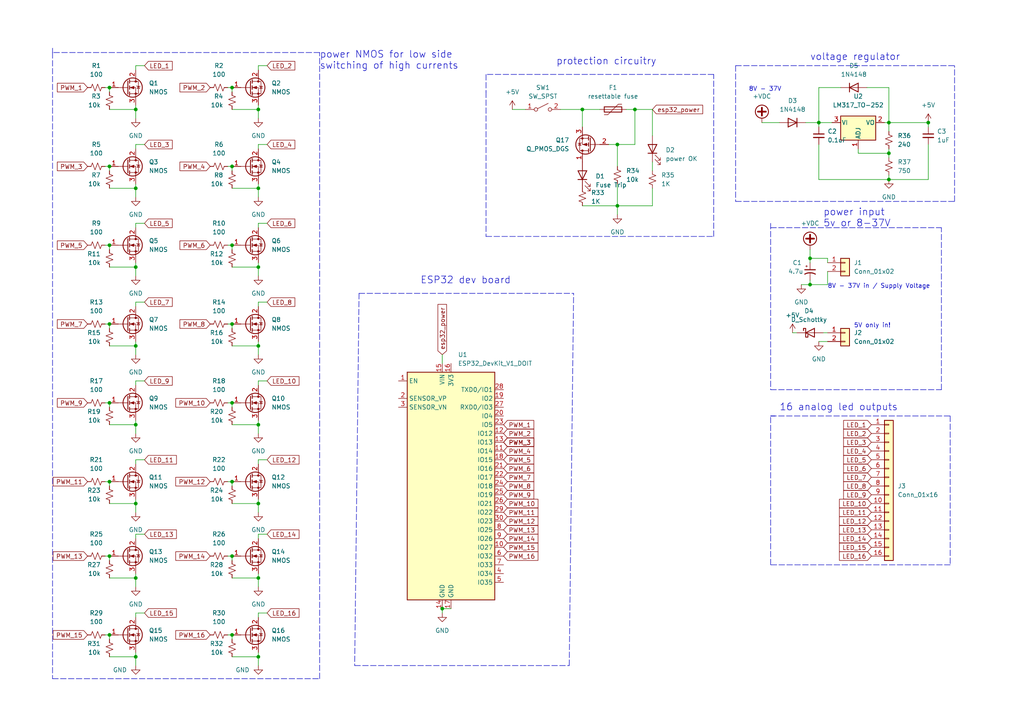
<source format=kicad_sch>
(kicad_sch (version 20231120) (generator "eeschema") (generator_version "8.0")
  (paper "A4")
  (title_block (title "16 channel dimmer for LEDs") (date "2023-02-17") (rev "1") (company "freakylamps"))
  (junction (at 39.37 190.5))
  (junction (at 67.31 139.7))
  (junction (at 74.93 123.19))
  (junction (at 179.07 59.69))
  (junction (at 67.31 25.4))
  (junction (at 257.81 44.45))
  (junction (at 257.81 52.07))
  (junction (at 31.75 48.26))
  (junction (at 74.93 77.47))
  (junction (at 234.95 74.93))
  (junction (at 39.37 31.75))
  (junction (at 67.31 161.29))
  (junction (at 74.93 146.05))
  (junction (at 39.37 167.64))
  (junction (at 168.91 31.75))
  (junction (at 31.75 116.84))
  (junction (at 39.37 77.47))
  (junction (at 31.75 184.15))
  (junction (at 67.31 93.98))
  (junction (at 31.75 25.4))
  (junction (at 257.81 35.56))
  (junction (at 234.95 82.55))
  (junction (at 67.31 71.12))
  (junction (at 39.37 54.61))
  (junction (at 31.75 93.98))
  (junction (at 31.75 161.29))
  (junction (at 31.75 139.7))
  (junction (at 269.24 35.56))
  (junction (at 39.37 100.33))
  (junction (at 31.75 71.12))
  (junction (at 67.31 184.15))
  (junction (at 74.93 31.75))
  (junction (at 179.07 41.91))
  (junction (at 74.93 100.33))
  (junction (at 67.31 48.26))
  (junction (at 67.31 116.84))
  (junction (at 184.15 31.75))
  (junction (at 39.37 146.05))
  (junction (at 74.93 54.61))
  (junction (at 128.27 176.53))
  (junction (at 237.49 35.56))
  (junction (at 39.37 123.19))
  (junction (at 74.93 190.5))
  (junction (at 74.93 167.64))
  (wire (pts (xy 67.31 48.26) (xy 67.31 49.53)))
  (polyline (pts (xy 223.52 66.04) (xy 273.05 66.04)) (stroke (width 0) (type dash)))
  (polyline (pts (xy 140.97 26.67) (xy 140.97 68.58)) (stroke (width 0) (type dash)))
  (wire (pts (xy 66.04 161.29) (xy 67.31 161.29)))
  (wire (pts (xy 74.93 190.5) (xy 74.93 193.04)))
  (wire (pts (xy 31.75 146.05) (xy 39.37 146.05)))
  (polyline (pts (xy 273.05 113.03) (xy 273.05 66.04)) (stroke (width 0) (type dash)))
  (wire (pts (xy 248.92 44.45) (xy 257.81 44.45)))
  (wire (pts (xy 257.81 35.56) (xy 269.24 35.56)))
  (wire (pts (xy 31.75 139.7) (xy 31.75 140.97)))
  (wire (pts (xy 31.75 77.47) (xy 39.37 77.47)))
  (wire (pts (xy 30.48 71.12) (xy 31.75 71.12)))
  (wire (pts (xy 189.23 59.69) (xy 179.07 59.69)))
  (wire (pts (xy 31.75 123.19) (xy 39.37 123.19)))
  (polyline (pts (xy 207.01 68.58) (xy 207.01 21.59)) (stroke (width 0) (type dash)))
  (wire (pts (xy 257.81 43.18) (xy 257.81 44.45)))
  (wire (pts (xy 30.48 116.84) (xy 31.75 116.84)))
  (wire (pts (xy 67.31 184.15) (xy 67.31 185.42)))
  (wire (pts (xy 237.49 99.06) (xy 240.03 99.06)))
  (wire (pts (xy 67.31 161.29) (xy 67.31 162.56)))
  (wire (pts (xy 31.75 25.4) (xy 31.75 26.67)))
  (wire (pts (xy 179.07 59.69) (xy 179.07 62.23)))
  (wire (pts (xy 67.31 31.75) (xy 74.93 31.75)))
  (wire (pts (xy 39.37 76.2) (xy 39.37 77.47)))
  (wire (pts (xy 179.07 53.34) (xy 179.07 59.69)))
  (wire (pts (xy 189.23 54.61) (xy 189.23 59.69)))
  (wire (pts (xy 74.93 41.91) (xy 77.47 41.91)))
  (wire (pts (xy 74.93 99.06) (xy 74.93 100.33)))
  (wire (pts (xy 179.07 41.91) (xy 184.15 41.91)))
  (wire (pts (xy 39.37 100.33) (xy 39.37 102.87)))
  (wire (pts (xy 269.24 41.91) (xy 269.24 52.07)))
  (wire (pts (xy 74.93 110.49) (xy 77.47 110.49)))
  (polyline (pts (xy 15.24 15.24) (xy 15.24 196.85)) (stroke (width 0) (type dash)))
  (wire (pts (xy 67.31 77.47) (xy 74.93 77.47)))
  (wire (pts (xy 74.93 154.94) (xy 77.47 154.94)))
  (polyline (pts (xy 213.36 19.05) (xy 276.86 19.05)) (stroke (width 0) (type dash)))
  (wire (pts (xy 39.37 179.07) (xy 39.37 177.8)))
  (wire (pts (xy 31.75 184.15) (xy 31.75 185.42)))
  (wire (pts (xy 31.75 54.61) (xy 39.37 54.61)))
  (wire (pts (xy 39.37 87.63) (xy 41.91 87.63)))
  (wire (pts (xy 66.04 48.26) (xy 67.31 48.26)))
  (wire (pts (xy 237.49 41.91) (xy 237.49 52.07)))
  (wire (pts (xy 74.93 144.78) (xy 74.93 146.05)))
  (wire (pts (xy 240.03 78.74) (xy 240.03 82.55)))
  (wire (pts (xy 74.93 146.05) (xy 74.93 148.59)))
  (wire (pts (xy 74.93 88.9) (xy 74.93 87.63)))
  (wire (pts (xy 39.37 20.32) (xy 39.37 19.05)))
  (wire (pts (xy 66.04 139.7) (xy 67.31 139.7)))
  (wire (pts (xy 39.37 121.92) (xy 39.37 123.19)))
  (wire (pts (xy 39.37 99.06) (xy 39.37 100.33)))
  (wire (pts (xy 237.49 52.07) (xy 257.81 52.07)))
  (wire (pts (xy 30.48 139.7) (xy 31.75 139.7)))
  (wire (pts (xy 181.61 31.75) (xy 184.15 31.75)))
  (wire (pts (xy 67.31 167.64) (xy 74.93 167.64)))
  (wire (pts (xy 74.93 134.62) (xy 74.93 133.35)))
  (wire (pts (xy 237.49 25.4) (xy 237.49 35.56)))
  (wire (pts (xy 229.87 96.52) (xy 231.14 96.52)))
  (wire (pts (xy 30.48 93.98) (xy 31.75 93.98)))
  (wire (pts (xy 39.37 110.49) (xy 41.91 110.49)))
  (wire (pts (xy 30.48 25.4) (xy 31.75 25.4)))
  (wire (pts (xy 74.93 167.64) (xy 74.93 170.18)))
  (wire (pts (xy 148.59 31.75) (xy 152.4 31.75)))
  (wire (pts (xy 39.37 144.78) (xy 39.37 146.05)))
  (wire (pts (xy 256.54 35.56) (xy 257.81 35.56)))
  (wire (pts (xy 237.49 35.56) (xy 241.3 35.56)))
  (wire (pts (xy 74.93 189.23) (xy 74.93 190.5)))
  (wire (pts (xy 39.37 77.47) (xy 39.37 80.01)))
  (wire (pts (xy 74.93 123.19) (xy 74.93 125.73)))
  (wire (pts (xy 39.37 111.76) (xy 39.37 110.49)))
  (wire (pts (xy 128.27 176.53) (xy 128.27 177.8)))
  (wire (pts (xy 234.95 72.39) (xy 234.95 74.93)))
  (wire (pts (xy 220.98 35.56) (xy 226.06 35.56)))
  (wire (pts (xy 74.93 121.92) (xy 74.93 123.19)))
  (wire (pts (xy 168.91 31.75) (xy 168.91 36.83)))
  (polyline (pts (xy 275.59 120.65) (xy 275.59 163.83)) (stroke (width 0) (type dash)))
  (wire (pts (xy 257.81 35.56) (xy 257.81 38.1)))
  (wire (pts (xy 67.31 146.05) (xy 74.93 146.05)))
  (wire (pts (xy 179.07 41.91) (xy 176.53 41.91)))
  (wire (pts (xy 67.31 116.84) (xy 67.31 118.11)))
  (wire (pts (xy 67.31 54.61) (xy 74.93 54.61)))
  (wire (pts (xy 39.37 166.37) (xy 39.37 167.64)))
  (polyline (pts (xy 213.36 19.05) (xy 213.36 58.42)) (stroke (width 0) (type dash)))
  (wire (pts (xy 30.48 184.15) (xy 31.75 184.15)))
  (wire (pts (xy 234.95 74.93) (xy 240.03 74.93)))
  (polyline (pts (xy 104.14 85.09) (xy 102.87 193.04)) (stroke (width 0) (type dash)))
  (polyline (pts (xy 165.1 193.04) (xy 166.37 85.09)) (stroke (width 0) (type dash)))
  (wire (pts (xy 66.04 93.98) (xy 67.31 93.98)))
  (wire (pts (xy 234.95 81.28) (xy 234.95 82.55)))
  (wire (pts (xy 31.75 100.33) (xy 39.37 100.33)))
  (wire (pts (xy 162.56 31.75) (xy 168.91 31.75)))
  (wire (pts (xy 31.75 93.98) (xy 31.75 95.25)))
  (wire (pts (xy 39.37 19.05) (xy 41.91 19.05)))
  (wire (pts (xy 74.93 30.48) (xy 74.93 31.75)))
  (wire (pts (xy 74.93 166.37) (xy 74.93 167.64)))
  (wire (pts (xy 74.93 20.32) (xy 74.93 19.05)))
  (wire (pts (xy 237.49 36.83) (xy 237.49 35.56)))
  (wire (pts (xy 184.15 41.91) (xy 184.15 31.75)))
  (polyline (pts (xy 15.24 196.85) (xy 92.71 196.85)) (stroke (width 0) (type dash)))
  (wire (pts (xy 67.31 190.5) (xy 74.93 190.5)))
  (wire (pts (xy 251.46 25.4) (xy 257.81 25.4)))
  (wire (pts (xy 238.76 96.52) (xy 240.03 96.52)))
  (wire (pts (xy 67.31 71.12) (xy 67.31 72.39)))
  (wire (pts (xy 39.37 53.34) (xy 39.37 54.61)))
  (wire (pts (xy 67.31 93.98) (xy 67.31 95.25)))
  (wire (pts (xy 74.93 111.76) (xy 74.93 110.49)))
  (wire (pts (xy 189.23 46.99) (xy 189.23 49.53)))
  (wire (pts (xy 66.04 116.84) (xy 67.31 116.84)))
  (wire (pts (xy 39.37 156.21) (xy 39.37 154.94)))
  (wire (pts (xy 31.75 167.64) (xy 39.37 167.64)))
  (wire (pts (xy 269.24 35.56) (xy 269.24 36.83)))
  (wire (pts (xy 31.75 161.29) (xy 31.75 162.56)))
  (wire (pts (xy 74.93 54.61) (xy 74.93 57.15)))
  (wire (pts (xy 39.37 54.61) (xy 39.37 57.15)))
  (wire (pts (xy 269.24 52.07) (xy 257.81 52.07)))
  (wire (pts (xy 257.81 44.45) (xy 257.81 45.72)))
  (wire (pts (xy 39.37 133.35) (xy 41.91 133.35)))
  (wire (pts (xy 257.81 25.4) (xy 257.81 35.56)))
  (wire (pts (xy 74.93 43.18) (xy 74.93 41.91)))
  (wire (pts (xy 39.37 190.5) (xy 39.37 193.04)))
  (wire (pts (xy 179.07 48.26) (xy 179.07 41.91)))
  (wire (pts (xy 31.75 31.75) (xy 39.37 31.75)))
  (polyline (pts (xy 15.24 13.97) (xy 15.24 15.24)) (stroke (width 0) (type dash)))
  (wire (pts (xy 168.91 31.75) (xy 173.99 31.75)))
  (wire (pts (xy 39.37 64.77) (xy 41.91 64.77)))
  (wire (pts (xy 39.37 31.75) (xy 39.37 34.29)))
  (wire (pts (xy 30.48 48.26) (xy 31.75 48.26)))
  (wire (pts (xy 232.41 82.55) (xy 234.95 82.55)))
  (wire (pts (xy 74.93 31.75) (xy 74.93 34.29)))
  (polyline (pts (xy 207.01 21.59) (xy 140.97 21.59)) (stroke (width 0) (type dash)))
  (wire (pts (xy 39.37 134.62) (xy 39.37 133.35)))
  (wire (pts (xy 31.75 48.26) (xy 31.75 49.53)))
  (wire (pts (xy 257.81 50.8) (xy 257.81 52.07)))
  (wire (pts (xy 39.37 177.8) (xy 41.91 177.8)))
  (wire (pts (xy 39.37 43.18) (xy 39.37 41.91)))
  (wire (pts (xy 31.75 116.84) (xy 31.75 118.11)))
  (polyline (pts (xy 275.59 163.83) (xy 223.52 163.83)) (stroke (width 0) (type dash)))
  (wire (pts (xy 233.68 35.56) (xy 237.49 35.56)))
  (wire (pts (xy 31.75 190.5) (xy 39.37 190.5)))
  (wire (pts (xy 67.31 25.4) (xy 67.31 26.67)))
  (polyline (pts (xy 223.52 64.77) (xy 223.52 113.03)) (stroke (width 0) (type dash)))
  (wire (pts (xy 74.93 177.8) (xy 77.47 177.8)))
  (wire (pts (xy 74.93 19.05) (xy 77.47 19.05)))
  (wire (pts (xy 248.92 43.18) (xy 248.92 44.45)))
  (wire (pts (xy 234.95 82.55) (xy 240.03 82.55)))
  (wire (pts (xy 74.93 66.04) (xy 74.93 64.77)))
  (polyline (pts (xy 223.52 120.65) (xy 275.59 120.65)) (stroke (width 0) (type dash)))
  (wire (pts (xy 39.37 189.23) (xy 39.37 190.5)))
  (wire (pts (xy 234.95 76.2) (xy 234.95 74.93)))
  (wire (pts (xy 74.93 77.47) (xy 74.93 80.01)))
  (wire (pts (xy 67.31 123.19) (xy 74.93 123.19)))
  (wire (pts (xy 128.27 102.87) (xy 128.27 105.41)))
  (wire (pts (xy 74.93 53.34) (xy 74.93 54.61)))
  (wire (pts (xy 243.84 25.4) (xy 237.49 25.4)))
  (wire (pts (xy 74.93 76.2) (xy 74.93 77.47)))
  (wire (pts (xy 39.37 88.9) (xy 39.37 87.63)))
  (polyline (pts (xy 140.97 68.58) (xy 207.01 68.58)) (stroke (width 0) (type dash)))
  (wire (pts (xy 39.37 167.64) (xy 39.37 170.18)))
  (wire (pts (xy 66.04 184.15) (xy 67.31 184.15)))
  (wire (pts (xy 74.93 133.35) (xy 77.47 133.35)))
  (polyline (pts (xy 213.36 58.42) (xy 276.86 58.42)) (stroke (width 0) (type dash)))
  (wire (pts (xy 168.91 59.69) (xy 179.07 59.69)))
  (polyline (pts (xy 223.52 113.03) (xy 273.05 113.03)) (stroke (width 0) (type dash)))
  (polyline (pts (xy 92.71 15.24) (xy 15.24 15.24)) (stroke (width 0) (type dash)))
  (wire (pts (xy 39.37 146.05) (xy 39.37 148.59)))
  (polyline (pts (xy 102.87 193.04) (xy 165.1 193.04)) (stroke (width 0) (type dash)))
  (wire (pts (xy 74.93 64.77) (xy 77.47 64.77)))
  (polyline (pts (xy 223.52 120.65) (xy 224.79 120.65)) (stroke (width 0) (type dash)))
  (polyline (pts (xy 276.86 58.42) (xy 276.86 19.05)) (stroke (width 0) (type dash)))
  (wire (pts (xy 240.03 76.2) (xy 240.03 74.93)))
  (wire (pts (xy 31.75 71.12) (xy 31.75 72.39)))
  (wire (pts (xy 189.23 31.75) (xy 189.23 39.37)))
  (wire (pts (xy 30.48 161.29) (xy 31.75 161.29)))
  (wire (pts (xy 67.31 100.33) (xy 74.93 100.33)))
  (wire (pts (xy 39.37 154.94) (xy 41.91 154.94)))
  (wire (pts (xy 39.37 30.48) (xy 39.37 31.75)))
  (wire (pts (xy 39.37 66.04) (xy 39.37 64.77)))
  (wire (pts (xy 74.93 87.63) (xy 77.47 87.63)))
  (wire (pts (xy 39.37 123.19) (xy 39.37 125.73)))
  (polyline (pts (xy 104.14 85.09) (xy 166.37 85.09)) (stroke (width 0) (type dash)))
  (wire (pts (xy 74.93 100.33) (xy 74.93 102.87)))
  (wire (pts (xy 128.27 176.53) (xy 130.81 176.53)))
  (wire (pts (xy 66.04 71.12) (xy 67.31 71.12)))
  (wire (pts (xy 39.37 41.91) (xy 41.91 41.91)))
  (wire (pts (xy 74.93 156.21) (xy 74.93 154.94)))
  (wire (pts (xy 184.15 31.75) (xy 189.23 31.75)))
  (wire (pts (xy 66.04 25.4) (xy 67.31 25.4)))
  (polyline (pts (xy 223.52 163.83) (xy 223.52 120.65)) (stroke (width 0) (type dash)))
  (wire (pts (xy 67.31 139.7) (xy 67.31 140.97)))
  (wire (pts (xy 74.93 179.07) (xy 74.93 177.8)))
  (polyline (pts (xy 92.71 196.85) (xy 92.71 15.24)) (stroke (width 0) (type dash)))
  (polyline (pts (xy 140.97 21.59) (xy 140.97 26.67)) (stroke (width 0) (type dash)))
  (text "5V only in!" (at 247.65 95.25 0) (effects (font (size 1.27 1.27)) (justify left bottom)))
  (text "power NMOS for low side \nswitching of high currents" (at 92.71 20.32 0) (effects (font (size 2 2)) (justify left bottom)))
  (text "ESP32 dev board" (at 121.92 82.55 0) (effects (font (size 2 2)) (justify left bottom)))
  (text "8V - 37V	" (at 217.17 26.67 0) (effects (font (size 1.27 1.27)) (justify left bottom)))
  (text "8V - 37V in / Supply Voltage" (at 240.03 83.82 0) (effects (font (size 1.27 1.27)) (justify left bottom)))
  (text "power input\n5v or 8-37V " (at 238.76 66.04 0) (effects (font (size 2 2)) (justify left bottom)))
  (text "protection circuitry" (at 161.29 19.05 0) (effects (font (size 2 2)) (justify left bottom)))
  (text "voltage regulator" (at 234.95 17.78 0) (effects (font (size 2 2)) (justify left bottom)))
  (text "16 analog led outputs" (at 226.06 119.38 0) (effects (font (size 2 2)) (justify left bottom)))
  (global_label "PWM_8" (shape input) (at 146.05 140.97 0) (property "Intersheetrefs" "${INTERSHEET_REFS}" (effects (hide yes))))
  (global_label "PWM_12" (shape input) (at 60.96 139.7 180) (property "Intersheetrefs" "${INTERSHEET_REFS}" (effects (hide yes))))
  (global_label "PWM_14" (shape input) (at 60.96 161.29 180) (property "Intersheetrefs" "${INTERSHEET_REFS}" (effects (hide yes))))
  (global_label "PWM_9" (shape input) (at 146.05 143.51 0) (property "Intersheetrefs" "${INTERSHEET_REFS}" (effects (hide yes))))
  (global_label "LED_8" (shape input) (at 252.73 140.97 180) (property "Intersheetrefs" "${INTERSHEET_REFS}" (effects (hide yes))))
  (global_label "LED_1" (shape input) (at 252.73 123.19 180) (property "Intersheetrefs" "${INTERSHEET_REFS}" (effects (hide yes))))
  (global_label "PWM_5" (shape input) (at 146.05 133.35 0) (property "Intersheetrefs" "${INTERSHEET_REFS}" (effects (hide yes))))
  (global_label "PWM_4" (shape input) (at 60.96 48.26 180) (property "Intersheetrefs" "${INTERSHEET_REFS}" (effects (hide yes))))
  (global_label "PWM_16" (shape input) (at 146.05 161.29 0) (property "Intersheetrefs" "${INTERSHEET_REFS}" (effects (hide yes))))
  (global_label "PWM_2" (shape input) (at 146.05 125.73 0) (property "Intersheetrefs" "${INTERSHEET_REFS}" (effects (hide yes))))
  (global_label "LED_4" (shape input) (at 77.47 41.91 0) (property "Intersheetrefs" "${INTERSHEET_REFS}" (effects (hide yes))))
  (global_label "PWM_2" (shape input) (at 60.96 25.4 180) (property "Intersheetrefs" "${INTERSHEET_REFS}" (effects (hide yes))))
  (global_label "LED_10" (shape input) (at 77.47 110.49 0) (property "Intersheetrefs" "${INTERSHEET_REFS}" (effects (hide yes))))
  (global_label "LED_10" (shape input) (at 252.73 146.05 180) (property "Intersheetrefs" "${INTERSHEET_REFS}" (effects (hide yes))))
  (global_label "LED_6" (shape input) (at 252.73 135.89 180) (property "Intersheetrefs" "${INTERSHEET_REFS}" (effects (hide yes))))
  (global_label "LED_6" (shape input) (at 77.47 64.77 0) (property "Intersheetrefs" "${INTERSHEET_REFS}" (effects (hide yes))))
  (global_label "LED_4" (shape input) (at 252.73 130.81 180) (property "Intersheetrefs" "${INTERSHEET_REFS}" (effects (hide yes))))
  (global_label "LED_5" (shape input) (at 252.73 133.35 180) (property "Intersheetrefs" "${INTERSHEET_REFS}" (effects (hide yes))))
  (global_label "LED_9" (shape input) (at 41.91 110.49 0) (property "Intersheetrefs" "${INTERSHEET_REFS}" (effects (hide yes))))
  (global_label "PWM_11" (shape input) (at 25.4 139.7 180) (property "Intersheetrefs" "${INTERSHEET_REFS}" (effects (hide yes))))
  (global_label "LED_2" (shape input) (at 77.47 19.05 0) (property "Intersheetrefs" "${INTERSHEET_REFS}" (effects (hide yes))))
  (global_label "LED_13" (shape input) (at 41.91 154.94 0) (property "Intersheetrefs" "${INTERSHEET_REFS}" (effects (hide yes))))
  (global_label "esp32_power" (shape input) (at 128.27 102.87 90) (property "Intersheetrefs" "${INTERSHEET_REFS}" (effects (hide yes))))
  (global_label "PWM_3" (shape input) (at 146.05 128.27 0) (property "Intersheetrefs" "${INTERSHEET_REFS}" (effects (hide yes))))
  (global_label "PWM_10" (shape input) (at 146.05 146.05 0) (property "Intersheetrefs" "${INTERSHEET_REFS}" (effects (hide yes))))
  (global_label "LED_3" (shape input) (at 41.91 41.91 0) (property "Intersheetrefs" "${INTERSHEET_REFS}" (effects (hide yes))))
  (global_label "LED_7" (shape input) (at 41.91 87.63 0) (property "Intersheetrefs" "${INTERSHEET_REFS}" (effects (hide yes))))
  (global_label "LED_13" (shape input) (at 252.73 153.67 180) (property "Intersheetrefs" "${INTERSHEET_REFS}" (effects (hide yes))))
  (global_label "PWM_13" (shape input) (at 25.4 161.29 180) (property "Intersheetrefs" "${INTERSHEET_REFS}" (effects (hide yes))))
  (global_label "LED_14" (shape input) (at 252.73 156.21 180) (property "Intersheetrefs" "${INTERSHEET_REFS}" (effects (hide yes))))
  (global_label "LED_9" (shape input) (at 252.73 143.51 180) (property "Intersheetrefs" "${INTERSHEET_REFS}" (effects (hide yes))))
  (global_label "esp32_power" (shape input) (at 189.23 31.75 0) (property "Intersheetrefs" "${INTERSHEET_REFS}" (effects (hide yes))))
  (global_label "PWM_15" (shape input) (at 25.4 184.15 180) (property "Intersheetrefs" "${INTERSHEET_REFS}" (effects (hide yes))))
  (global_label "PWM_7" (shape input) (at 146.05 138.43 0) (property "Intersheetrefs" "${INTERSHEET_REFS}" (effects (hide yes))))
  (global_label "LED_16" (shape input) (at 252.73 161.29 180) (property "Intersheetrefs" "${INTERSHEET_REFS}" (effects (hide yes))))
  (global_label "LED_11" (shape input) (at 41.91 133.35 0) (property "Intersheetrefs" "${INTERSHEET_REFS}" (effects (hide yes))))
  (global_label "PWM_1" (shape input) (at 25.4 25.4 180) (property "Intersheetrefs" "${INTERSHEET_REFS}" (effects (hide yes))))
  (global_label "PWM_3" (shape input) (at 25.4 48.26 180) (property "Intersheetrefs" "${INTERSHEET_REFS}" (effects (hide yes))))
  (global_label "PWM_7" (shape input) (at 25.4 93.98 180) (property "Intersheetrefs" "${INTERSHEET_REFS}" (effects (hide yes))))
  (global_label "PWM_16" (shape input) (at 60.96 184.15 180) (property "Intersheetrefs" "${INTERSHEET_REFS}" (effects (hide yes))))
  (global_label "PWM_6" (shape input) (at 146.05 135.89 0) (property "Intersheetrefs" "${INTERSHEET_REFS}" (effects (hide yes))))
  (global_label "PWM_1" (shape input) (at 146.05 123.19 0) (property "Intersheetrefs" "${INTERSHEET_REFS}" (effects (hide yes))))
  (global_label "PWM_3" (shape input) (at 146.05 128.27 0) (property "Intersheetrefs" "${INTERSHEET_REFS}" (effects (hide yes))))
  (global_label "PWM_9" (shape input) (at 25.4 116.84 180) (property "Intersheetrefs" "${INTERSHEET_REFS}" (effects (hide yes))))
  (global_label "LED_11" (shape input) (at 252.73 148.59 180) (property "Intersheetrefs" "${INTERSHEET_REFS}" (effects (hide yes))))
  (global_label "LED_12" (shape input) (at 252.73 151.13 180) (property "Intersheetrefs" "${INTERSHEET_REFS}" (effects (hide yes))))
  (global_label "PWM_5" (shape input) (at 25.4 71.12 180) (property "Intersheetrefs" "${INTERSHEET_REFS}" (effects (hide yes))))
  (global_label "LED_7" (shape input) (at 252.73 138.43 180) (property "Intersheetrefs" "${INTERSHEET_REFS}" (effects (hide yes))))
  (global_label "LED_3" (shape input) (at 252.73 128.27 180) (property "Intersheetrefs" "${INTERSHEET_REFS}" (effects (hide yes))))
  (global_label "LED_5" (shape input) (at 41.91 64.77 0) (property "Intersheetrefs" "${INTERSHEET_REFS}" (effects (hide yes))))
  (global_label "LED_8" (shape input) (at 77.47 87.63 0) (property "Intersheetrefs" "${INTERSHEET_REFS}" (effects (hide yes))))
  (global_label "PWM_4" (shape input) (at 146.05 130.81 0) (property "Intersheetrefs" "${INTERSHEET_REFS}" (effects (hide yes))))
  (global_label "PWM_13" (shape input) (at 146.05 153.67 0) (property "Intersheetrefs" "${INTERSHEET_REFS}" (effects (hide yes))))
  (global_label "LED_1" (shape input) (at 41.91 19.05 0) (property "Intersheetrefs" "${INTERSHEET_REFS}" (effects (hide yes))))
  (global_label "LED_15" (shape input) (at 252.73 158.75 180) (property "Intersheetrefs" "${INTERSHEET_REFS}" (effects (hide yes))))
  (global_label "PWM_6" (shape input) (at 60.96 71.12 180) (property "Intersheetrefs" "${INTERSHEET_REFS}" (effects (hide yes))))
  (global_label "PWM_10" (shape input) (at 60.96 116.84 180) (property "Intersheetrefs" "${INTERSHEET_REFS}" (effects (hide yes))))
  (global_label "PWM_11" (shape input) (at 146.05 148.59 0) (property "Intersheetrefs" "${INTERSHEET_REFS}" (effects (hide yes))))
  (global_label "LED_16" (shape input) (at 77.47 177.8 0) (property "Intersheetrefs" "${INTERSHEET_REFS}" (effects (hide yes))))
  (global_label "PWM_8" (shape input) (at 60.96 93.98 180) (property "Intersheetrefs" "${INTERSHEET_REFS}" (effects (hide yes))))
  (global_label "LED_2" (shape input) (at 252.73 125.73 180) (property "Intersheetrefs" "${INTERSHEET_REFS}" (effects (hide yes))))
  (global_label "PWM_12" (shape input) (at 146.05 151.13 0) (property "Intersheetrefs" "${INTERSHEET_REFS}" (effects (hide yes))))
  (global_label "PWM_14" (shape input) (at 146.05 156.21 0) (property "Intersheetrefs" "${INTERSHEET_REFS}" (effects (hide yes))))
  (global_label "LED_14" (shape input) (at 77.47 154.94 0) (property "Intersheetrefs" "${INTERSHEET_REFS}" (effects (hide yes))))
  (global_label "PWM_15" (shape input) (at 146.05 158.75 0) (property "Intersheetrefs" "${INTERSHEET_REFS}" (effects (hide yes))))
  (global_label "LED_12" (shape input) (at 77.47 133.35 0) (property "Intersheetrefs" "${INTERSHEET_REFS}" (effects (hide yes))))
  (global_label "LED_15" (shape input) (at 41.91 177.8 0) (property "Intersheetrefs" "${INTERSHEET_REFS}" (effects (hide yes))))
  (symbol (lib_id "Device:C_Small") (at 237.49 39.37 0) (unit 1)
    (property "Reference" "C2" (at 240.03 38.1062 0) (effects (justify left)))
    (property "Value" "0.1uF" (at 240.03 40.6462 0) (effects (justify left)))
    (property "Footprint" "Capacitor_SMD:C_1206_3216Metric_Pad1.33x1.80mm_HandSolder" (effects (hide yes)))
    (property "LCSC" "C24497" (effects (hide yes)))
  )
  (symbol (lib_id "power:+5V") (at 269.24 35.56 0) (unit 1)
    (property "Reference" "#PWR026" (effects (hide yes)))
    (property "Value" "+5V" (at 269.24 30.48 0))
  )
  (symbol (lib_id "Device:R_Small_US") (at 27.94 48.26 90) (unit 1)
    (property "Reference" "R5" (at 27.94 41.91 90))
    (property "Value" "100" (at 27.94 44.45 90))
    (property "Footprint" "Resistor_SMD:R_0805_2012Metric" (effects (hide yes)))
    (property "LCSC" "C17408" (effects (hide yes)))
  )
  (symbol (lib_id "Device:Q_NMOS_GDS") (at 72.39 161.29 0) (unit 1)
    (property "Reference" "Q14" (at 78.74 160.0199 0) (effects (justify left)))
    (property "Value" "NMOS" (at 78.74 162.5599 0) (effects (justify left)))
    (property "Footprint" "Package_TO_SOT_SMD:TO-252-2" (effects (hide yes)))
    (property "LCSC" "C2995345" (effects (hide yes)))
  )
  (symbol (lib_id "Device:R_Small_US") (at 31.75 120.65 180) (unit 1)
    (property "Reference" "R19" (at 29.21 119.3799 0) (effects (justify left)))
    (property "Value" "10k" (at 29.21 121.9199 0) (effects (justify left)))
    (property "Footprint" "Resistor_SMD:R_0805_2012Metric" (effects (hide yes)))
    (property "LCSC" "C17414" (effects (hide yes)))
  )
  (symbol (lib_id "Device:R_Small_US") (at 257.81 40.64 0) (unit 1)
    (property "Reference" "R36" (at 260.35 39.3699 0) (effects (justify left)))
    (property "Value" "240" (at 260.35 41.9099 0) (effects (justify left)))
    (property "Footprint" "Resistor_SMD:R_0805_2012Metric" (effects (hide yes)))
    (property "LCSC" "C17572" (effects (hide yes)))
  )
  (symbol (lib_id "Device:Q_NMOS_GDS") (at 36.83 116.84 0) (unit 1)
    (property "Reference" "Q9" (at 43.18 115.5699 0) (effects (justify left)))
    (property "Value" "NMOS" (at 43.18 118.1099 0) (effects (justify left)))
    (property "Footprint" "Package_TO_SOT_SMD:TO-252-2" (effects (hide yes)))
    (property "LCSC" "C2995345" (effects (hide yes)))
  )
  (symbol (lib_id "Device:LED") (at 189.23 43.18 90) (unit 1)
    (property "Reference" "D2" (at 193.04 43.4974 90) (effects (justify right)))
    (property "Value" "power OK" (at 193.04 46.0374 90) (effects (justify right)))
    (property "Footprint" "LED_SMD:LED_1206_3216Metric" (effects (hide yes)))
    (property "LCSC" "C34499" (effects (hide yes)))
  )
  (symbol (lib_id "Connector_Generic:Conn_01x02") (at 245.11 76.2 0) (unit 1)
    (property "Reference" "J1" (at 247.65 76.1999 0) (effects (justify left)))
    (property "Value" "Conn_01x02" (at 247.65 78.7399 0) (effects (justify left)))
    (property "Footprint" "Connector_Phoenix_MSTB:PhoenixContact_MSTBVA_2,5_2-G-5,08_1x02_P5.08mm_Vertical" (effects (hide yes)))
  )
  (symbol (lib_id "power:+VDC") (at 220.98 35.56 0) (unit 1)
    (property "Reference" "#PWR020" (effects (hide yes)))
    (property "Value" "+VDC" (at 220.98 27.94 0))
  )
  (symbol (lib_id "power:GND") (at 74.93 102.87 0) (unit 1)
    (property "Reference" "#PWR08" (effects (hide yes)))
    (property "Value" "GND" (at 74.93 107.95 0))
  )
  (symbol (lib_id "power:+VDC") (at 234.95 72.39 0) (unit 1)
    (property "Reference" "#PWR023" (effects (hide yes)))
    (property "Value" "+VDC" (at 234.95 64.77 0))
  )
  (symbol (lib_id "Device:Q_NMOS_GDS") (at 72.39 93.98 0) (unit 1)
    (property "Reference" "Q8" (at 78.74 92.7099 0) (effects (justify left)))
    (property "Value" "NMOS" (at 78.74 95.2499 0) (effects (justify left)))
    (property "Footprint" "Package_TO_SOT_SMD:TO-252-2" (effects (hide yes)))
    (property "LCSC" "C2995345" (effects (hide yes)))
  )
  (symbol (lib_id "Device:R_Small_US") (at 63.5 48.26 90) (unit 1)
    (property "Reference" "R6" (at 63.5 41.91 90))
    (property "Value" "100" (at 63.5 44.45 90))
    (property "Footprint" "Resistor_SMD:R_0805_2012Metric" (effects (hide yes)))
    (property "LCSC" "C17408" (effects (hide yes)))
  )
  (symbol (lib_id "power:GND") (at 74.93 80.01 0) (unit 1)
    (property "Reference" "#PWR06" (effects (hide yes)))
    (property "Value" "GND" (at 74.93 85.09 0))
  )
  (symbol (lib_id "Device:R_Small_US") (at 27.94 93.98 90) (unit 1)
    (property "Reference" "R13" (at 27.94 87.63 90))
    (property "Value" "100" (at 27.94 90.17 90))
    (property "Footprint" "Resistor_SMD:R_0805_2012Metric" (effects (hide yes)))
    (property "LCSC" "C17408" (effects (hide yes)))
  )
  (symbol (lib_id "Device:R_Small_US") (at 63.5 161.29 90) (unit 1)
    (property "Reference" "R26" (at 63.5 154.94 90))
    (property "Value" "100" (at 63.5 157.48 90))
    (property "Footprint" "Resistor_SMD:R_0805_2012Metric" (effects (hide yes)))
    (property "LCSC" "C17408" (effects (hide yes)))
  )
  (symbol (lib_id "Device:R_Small_US") (at 27.94 184.15 90) (unit 1)
    (property "Reference" "R29" (at 27.94 177.8 90))
    (property "Value" "100" (at 27.94 180.34 90))
    (property "Footprint" "Resistor_SMD:R_0805_2012Metric" (effects (hide yes)))
    (property "LCSC" "C17408" (effects (hide yes)))
  )
  (symbol (lib_id "Device:Q_NMOS_GDS") (at 36.83 48.26 0) (unit 1)
    (property "Reference" "Q3" (at 43.18 46.9899 0) (effects (justify left)))
    (property "Value" "NMOS" (at 43.18 49.5299 0) (effects (justify left)))
    (property "Footprint" "Package_TO_SOT_SMD:TO-252-2" (effects (hide yes)))
    (property "LCSC" "C2995345" (effects (hide yes)))
  )
  (symbol (lib_id "Device:R_Small_US") (at 27.94 25.4 90) (unit 1)
    (property "Reference" "R1" (at 27.94 19.05 90))
    (property "Value" "100" (at 27.94 21.59 90))
    (property "Footprint" "Resistor_SMD:R_0805_2012Metric" (effects (hide yes)))
    (property "LCSC" "C17408" (effects (hide yes)))
  )
  (symbol (lib_id "Device:D_Schottky") (at 234.95 96.52 0) (unit 1)
    (property "Reference" "D4" (at 234.6325 90.17 0))
    (property "Value" "D_Schottky" (at 234.6325 92.71 0))
    (property "Footprint" "Diode_SMD:D_SMA" (effects (hide yes)))
    (property "LCSC" "C2480" (effects (hide yes)))
  )
  (symbol (lib_id "power:GND") (at 39.37 125.73 0) (unit 1)
    (property "Reference" "#PWR09" (effects (hide yes)))
    (property "Value" "GND" (at 39.37 130.81 0))
  )
  (symbol (lib_id "Device:R_Small_US") (at 63.5 116.84 90) (unit 1)
    (property "Reference" "R18" (at 63.5 110.49 90))
    (property "Value" "100" (at 63.5 113.03 90))
    (property "Footprint" "Resistor_SMD:R_0805_2012Metric" (effects (hide yes)))
    (property "LCSC" "C17408" (effects (hide yes)))
  )
  (symbol (lib_id "Device:Q_NMOS_GDS") (at 72.39 25.4 0) (unit 1)
    (property "Reference" "Q2" (at 78.74 24.1299 0) (effects (justify left)))
    (property "Value" "NMOS" (at 78.74 26.6699 0) (effects (justify left)))
    (property "Footprint" "Package_TO_SOT_SMD:TO-252-2" (effects (hide yes)))
    (property "LCSC" "C2995345" (effects (hide yes)))
  )
  (symbol (lib_id "Device:R_Small_US") (at 67.31 29.21 180) (unit 1)
    (property "Reference" "R4" (at 64.77 27.9399 0) (effects (justify left)))
    (property "Value" "10k" (at 64.77 30.4799 0) (effects (justify left)))
    (property "Footprint" "Resistor_SMD:R_0805_2012Metric" (effects (hide yes)))
    (property "LCSC" "C17414" (effects (hide yes)))
  )
  (symbol (lib_id "Device:Q_NMOS_GDS") (at 72.39 48.26 0) (unit 1)
    (property "Reference" "Q4" (at 78.74 46.9899 0) (effects (justify left)))
    (property "Value" "NMOS" (at 78.74 49.5299 0) (effects (justify left)))
    (property "Footprint" "Package_TO_SOT_SMD:TO-252-2" (effects (hide yes)))
    (property "LCSC" "C2995345" (effects (hide yes)))
  )
  (symbol (lib_id "power:GND") (at 74.93 125.73 0) (unit 1)
    (property "Reference" "#PWR010" (effects (hide yes)))
    (property "Value" "GND" (at 74.93 130.81 0))
  )
  (symbol (lib_id "Device:Q_NMOS_GDS") (at 36.83 93.98 0) (unit 1)
    (property "Reference" "Q7" (at 43.18 92.7099 0) (effects (justify left)))
    (property "Value" "NMOS" (at 43.18 95.2499 0) (effects (justify left)))
    (property "Footprint" "Package_TO_SOT_SMD:TO-252-2" (effects (hide yes)))
    (property "LCSC" "C2995345" (effects (hide yes)))
  )
  (symbol (lib_id "Device:R_Small_US") (at 67.31 74.93 180) (unit 1)
    (property "Reference" "R12" (at 64.77 73.6599 0) (effects (justify left)))
    (property "Value" "10k" (at 64.77 76.1999 0) (effects (justify left)))
    (property "Footprint" "Resistor_SMD:R_0805_2012Metric" (effects (hide yes)))
    (property "LCSC" "C17414" (effects (hide yes)))
  )
  (symbol (lib_id "Device:R_Small_US") (at 168.91 57.15 180) (unit 1)
    (property "Reference" "R33" (at 171.45 55.8799 0) (effects (justify right)))
    (property "Value" "1K" (at 171.45 58.4199 0) (effects (justify right)))
    (property "Footprint" "Resistor_SMD:R_0805_2012Metric" (effects (hide yes)))
    (property "LCSC" "C17513" (effects (hide yes)))
  )
  (symbol (lib_id "power:+5V") (at 229.87 96.52 0) (unit 1)
    (property "Reference" "#PWR021" (effects (hide yes)))
    (property "Value" "+5V" (at 229.87 91.44 0))
  )
  (symbol (lib_id "power:GND") (at 39.37 57.15 0) (unit 1)
    (property "Reference" "#PWR03" (effects (hide yes)))
    (property "Value" "GND" (at 39.37 62.23 0))
  )
  (symbol (lib_id "Device:Q_NMOS_GDS") (at 36.83 139.7 0) (unit 1)
    (property "Reference" "Q11" (at 43.18 138.4299 0) (effects (justify left)))
    (property "Value" "NMOS" (at 43.18 140.9699 0) (effects (justify left)))
    (property "Footprint" "Package_TO_SOT_SMD:TO-252-2" (effects (hide yes)))
    (property "LCSC" "C2995345" (effects (hide yes)))
  )
  (symbol (lib_id "power:GND") (at 39.37 80.01 0) (unit 1)
    (property "Reference" "#PWR05" (effects (hide yes)))
    (property "Value" "GND" (at 39.37 85.09 0))
  )
  (symbol (lib_id "power:GND") (at 232.41 82.55 0) (unit 1)
    (property "Reference" "#PWR022" (effects (hide yes)))
    (property "Value" "GND" (at 232.41 87.63 0))
  )
  (symbol (lib_id "Device:R_Small_US") (at 67.31 143.51 180) (unit 1)
    (property "Reference" "R24" (at 64.77 142.2399 0) (effects (justify left)))
    (property "Value" "10k" (at 64.77 144.7799 0) (effects (justify left)))
    (property "Footprint" "Resistor_SMD:R_0805_2012Metric" (effects (hide yes)))
    (property "LCSC" "C17414" (effects (hide yes)))
  )
  (symbol (lib_id "Device:R_Small_US") (at 67.31 52.07 180) (unit 1)
    (property "Reference" "R8" (at 64.77 50.7999 0) (effects (justify left)))
    (property "Value" "10k" (at 64.77 53.3399 0) (effects (justify left)))
    (property "Footprint" "Resistor_SMD:R_0805_2012Metric" (effects (hide yes)))
    (property "LCSC" "C17414" (effects (hide yes)))
  )
  (symbol (lib_id "Device:R_Small_US") (at 27.94 139.7 90) (unit 1)
    (property "Reference" "R21" (at 27.94 133.35 90))
    (property "Value" "100" (at 27.94 135.89 90))
    (property "Footprint" "Resistor_SMD:R_0805_2012Metric" (effects (hide yes)))
    (property "LCSC" "C17408" (effects (hide yes)))
  )
  (symbol (lib_id "Device:R_Small_US") (at 31.75 52.07 180) (unit 1)
    (property "Reference" "R7" (at 29.21 50.7999 0) (effects (justify left)))
    (property "Value" "10k" (at 29.21 53.3399 0) (effects (justify left)))
    (property "Footprint" "Resistor_SMD:R_0805_2012Metric" (effects (hide yes)))
    (property "LCSC" "C17414" (effects (hide yes)))
  )
  (symbol (lib_id "Device:Q_NMOS_GDS") (at 36.83 184.15 0) (unit 1)
    (property "Reference" "Q15" (at 43.18 182.8799 0) (effects (justify left)))
    (property "Value" "NMOS" (at 43.18 185.4199 0) (effects (justify left)))
    (property "Footprint" "Package_TO_SOT_SMD:TO-252-2" (effects (hide yes)))
    (property "LCSC" "C2995345" (effects (hide yes)))
  )
  (symbol (lib_id "Device:R_Small_US") (at 31.75 29.21 180) (unit 1)
    (property "Reference" "R3" (at 29.21 27.9399 0) (effects (justify left)))
    (property "Value" "10k" (at 29.21 30.4799 0) (effects (justify left)))
    (property "Footprint" "Resistor_SMD:R_0805_2012Metric" (effects (hide yes)))
    (property "LCSC" "C17414" (effects (hide yes)))
  )
  (symbol (lib_id "Device:R_Small_US") (at 257.81 48.26 0) (unit 1)
    (property "Reference" "R37" (at 260.35 46.9899 0) (effects (justify left)))
    (property "Value" "750" (at 260.35 49.5299 0) (effects (justify left)))
    (property "Footprint" "Resistor_SMD:R_0805_2012Metric" (effects (hide yes)))
    (property "LCSC" "C17818" (effects (hide yes)))
  )
  (symbol (lib_id "Device:R_Small_US") (at 189.23 52.07 180) (unit 1)
    (property "Reference" "R35" (at 191.77 50.7999 0) (effects (justify right)))
    (property "Value" "1K" (at 191.77 53.3399 0) (effects (justify right)))
    (property "Footprint" "Resistor_SMD:R_0805_2012Metric" (effects (hide yes)))
    (property "LCSC" "C17513" (effects (hide yes)))
  )
  (symbol (lib_id "Device:R_Small_US") (at 31.75 74.93 180) (unit 1)
    (property "Reference" "R11" (at 29.21 73.6599 0) (effects (justify left)))
    (property "Value" "10k" (at 29.21 76.1999 0) (effects (justify left)))
    (property "Footprint" "Resistor_SMD:R_0805_2012Metric" (effects (hide yes)))
    (property "LCSC" "C17414" (effects (hide yes)))
  )
  (symbol (lib_id "Device:Q_NMOS_GDS") (at 72.39 139.7 0) (unit 1)
    (property "Reference" "Q12" (at 78.74 138.4299 0) (effects (justify left)))
    (property "Value" "NMOS" (at 78.74 140.9699 0) (effects (justify left)))
    (property "Footprint" "Package_TO_SOT_SMD:TO-252-2" (effects (hide yes)))
    (property "LCSC" "C2995345" (effects (hide yes)))
  )
  (symbol (lib_id "power:GND") (at 39.37 170.18 0) (unit 1)
    (property "Reference" "#PWR013" (effects (hide yes)))
    (property "Value" "GND" (at 39.37 175.26 0))
  )
  (symbol (lib_id "Device:Q_NMOS_GDS") (at 72.39 116.84 0) (unit 1)
    (property "Reference" "Q10" (at 78.74 115.5699 0) (effects (justify left)))
    (property "Value" "NMOS" (at 78.74 118.1099 0) (effects (justify left)))
    (property "Footprint" "Package_TO_SOT_SMD:TO-252-2" (effects (hide yes)))
    (property "LCSC" "C2995345" (effects (hide yes)))
  )
  (symbol (lib_id "Switch:SW_SPST") (at 157.48 31.75 0) (unit 1)
    (property "Reference" "SW1" (at 157.48 25.4 0))
    (property "Value" "SW_SPST" (at 157.48 27.94 0))
    (property "Footprint" "Button_Switch_SMD:SW_SPST_CK_RS282G05A3" (effects (hide yes)))
    (property "LCSC" "C54948" (effects (hide yes)))
  )
  (symbol (lib_id "Regulator_Linear:LM317_TO-252") (at 248.92 35.56 0) (unit 1)
    (property "Reference" "U2" (at 248.92 27.94 0))
    (property "Value" "LM317_TO-252" (at 248.92 30.48 0))
    (property "Footprint" "Package_TO_SOT_SMD:TO-252-2" (effects (hide yes)))
    (property "Datasheet" "http://www.ti.com/lit/ds/snvs774n/snvs774n.pdf" (effects (hide yes)))
    (property "LCSC" "C75510" (effects (hide yes)))
  )
  (symbol (lib_id "power:GND") (at 74.93 57.15 0) (unit 1)
    (property "Reference" "#PWR04" (effects (hide yes)))
    (property "Value" "GND" (at 74.93 62.23 0))
  )
  (symbol (lib_id "Device:R_Small_US") (at 27.94 161.29 90) (unit 1)
    (property "Reference" "R25" (at 27.94 154.94 90))
    (property "Value" "100" (at 27.94 157.48 90))
    (property "Footprint" "Resistor_SMD:R_0805_2012Metric" (effects (hide yes)))
    (property "LCSC" "C17408" (effects (hide yes)))
  )
  (symbol (lib_id "esp32_devkit_v1_doit:ESP32_DevKit_V1_DOIT") (at 130.81 140.97 0) (unit 1)
    (property "Reference" "U1" (at 132.8294 102.87 0) (effects (justify left)))
    (property "Value" "ESP32_DevKit_V1_DOIT" (at 132.8294 105.41 0) (effects (justify left)))
    (property "Footprint" "Espressif:esp32_devkit_v1_doit" (effects (hide yes)))
    (property "Datasheet" "https://aliexpress.com/item/32864722159.html" (effects (hide yes)))
  )
  (symbol (lib_id "Device:R_Small_US") (at 179.07 50.8 180) (unit 1)
    (property "Reference" "R34" (at 181.61 49.5299 0) (effects (justify right)))
    (property "Value" "10k" (at 181.61 52.0699 0) (effects (justify right)))
    (property "Footprint" "Resistor_SMD:R_0805_2012Metric" (effects (hide yes)))
    (property "LCSC" "C17414" (effects (hide yes)))
  )
  (symbol (lib_id "power:GND") (at 39.37 193.04 0) (unit 1)
    (property "Reference" "#PWR015" (effects (hide yes)))
    (property "Value" "GND" (at 36.83 194.3099 0) (effects (justify right)))
  )
  (symbol (lib_id "power:GND") (at 74.93 170.18 0) (unit 1)
    (property "Reference" "#PWR014" (effects (hide yes)))
    (property "Value" "GND" (at 74.93 175.26 0))
  )
  (symbol (lib_id "Device:R_Small_US") (at 63.5 71.12 90) (unit 1)
    (property "Reference" "R10" (at 63.5 64.77 90))
    (property "Value" "100" (at 63.5 67.31 90))
    (property "Footprint" "Resistor_SMD:R_0805_2012Metric" (effects (hide yes)))
    (property "LCSC" "C17408" (effects (hide yes)))
  )
  (symbol (lib_id "Device:Q_NMOS_GDS") (at 36.83 161.29 0) (unit 1)
    (property "Reference" "Q13" (at 43.18 160.0199 0) (effects (justify left)))
    (property "Value" "NMOS" (at 43.18 162.5599 0) (effects (justify left)))
    (property "Footprint" "Package_TO_SOT_SMD:TO-252-2" (effects (hide yes)))
    (property "LCSC" "C2995345" (effects (hide yes)))
  )
  (symbol (lib_id "power:+5V") (at 148.59 31.75 0) (unit 1)
    (property "Reference" "#PWR018" (effects (hide yes)))
    (property "Value" "+5V" (at 148.59 26.67 0))
  )
  (symbol (lib_id "power:GND") (at 179.07 62.23 0) (unit 1)
    (property "Reference" "#PWR019" (effects (hide yes)))
    (property "Value" "GND" (at 179.07 67.31 0))
  )
  (symbol (lib_id "power:GND") (at 39.37 34.29 0) (unit 1)
    (property "Reference" "#PWR01" (effects (hide yes)))
    (property "Value" "GND" (at 39.37 39.37 0))
  )
  (symbol (lib_id "Device:R_Small_US") (at 31.75 187.96 180) (unit 1)
    (property "Reference" "R31" (at 29.21 186.6899 0) (effects (justify left)))
    (property "Value" "10k" (at 29.21 189.2299 0) (effects (justify left)))
    (property "Footprint" "Resistor_SMD:R_0805_2012Metric" (effects (hide yes)))
    (property "LCSC" "C17414" (effects (hide yes)))
  )
  (symbol (lib_id "Diode:1N4148") (at 229.87 35.56 180) (unit 1)
    (property "Reference" "D3" (at 229.87 29.21 0))
    (property "Value" "1N4148" (at 229.87 31.75 0))
    (property "Footprint" "Diode_SMD:D_SOD-323" (effects (hide yes)))
    (property "Datasheet" "https://assets.nexperia.com/documents/data-sheet/1N4148_1N4448.pdf" (effects (hide yes)))
    (property "LCSC" "C2128" (effects (hide yes)))
  )
  (symbol (lib_id "Diode:1N4148") (at 247.65 25.4 0) (unit 1)
    (property "Reference" "D5" (at 247.65 19.05 0))
    (property "Value" "1N4148" (at 247.65 21.59 0))
    (property "Footprint" "Diode_SMD:D_SOD-323" (effects (hide yes)))
    (property "Datasheet" "https://assets.nexperia.com/documents/data-sheet/1N4148_1N4448.pdf" (effects (hide yes)))
    (property "LCSC" "C2128" (effects (hide yes)))
  )
  (symbol (lib_id "Device:R_Small_US") (at 67.31 120.65 180) (unit 1)
    (property "Reference" "R20" (at 64.77 119.3799 0) (effects (justify left)))
    (property "Value" "10k" (at 64.77 121.9199 0) (effects (justify left)))
    (property "Footprint" "Resistor_SMD:R_0805_2012Metric" (effects (hide yes)))
    (property "LCSC" "C17414" (effects (hide yes)))
  )
  (symbol (lib_id "power:GND") (at 257.81 52.07 0) (unit 1)
    (property "Reference" "#PWR025" (effects (hide yes)))
    (property "Value" "GND" (at 257.81 57.15 0))
  )
  (symbol (lib_id "Device:Q_PMOS_DGS") (at 171.45 41.91 180) (unit 1)
    (property "Reference" "Q17" (at 165.1 40.6399 0) (effects (justify left)))
    (property "Value" "Q_PMOS_DGS" (at 165.1 43.1799 0) (effects (justify left)))
    (property "Footprint" "Package_TO_SOT_SMD:SOT-23" (effects (hide yes)))
    (property "LCSC" "C15127" (effects (hide yes)))
  )
  (symbol (lib_id "Device:R_Small_US") (at 63.5 93.98 90) (unit 1)
    (property "Reference" "R14" (at 63.5 87.63 90))
    (property "Value" "100" (at 63.5 90.17 90))
    (property "Footprint" "Resistor_SMD:R_0805_2012Metric" (effects (hide yes)))
    (property "LCSC" "C17408" (effects (hide yes)))
  )
  (symbol (lib_id "Device:R_Small_US") (at 31.75 143.51 180) (unit 1)
    (property "Reference" "R23" (at 29.21 142.2399 0) (effects (justify left)))
    (property "Value" "10k" (at 29.21 144.7799 0) (effects (justify left)))
    (property "Footprint" "Resistor_SMD:R_0805_2012Metric" (effects (hide yes)))
    (property "LCSC" "C17414" (effects (hide yes)))
  )
  (symbol (lib_id "Connector_Generic:Conn_01x16") (at 257.81 140.97 0) (unit 1)
    (property "Reference" "J3" (at 260.35 140.9699 0) (effects (justify left)))
    (property "Value" "Conn_01x16" (at 260.35 143.5099 0) (effects (justify left)))
    (property "Footprint" "william_custom:CUI_TBP02R1-381-16BE" (effects (hide yes)))
  )
  (symbol (lib_id "Device:Q_NMOS_GDS") (at 72.39 184.15 0) (unit 1)
    (property "Reference" "Q16" (at 78.74 182.8799 0) (effects (justify left)))
    (property "Value" "NMOS" (at 78.74 185.4199 0) (effects (justify left)))
    (property "Footprint" "Package_TO_SOT_SMD:TO-252-2" (effects (hide yes)))
    (property "LCSC" "C2995345" (effects (hide yes)))
  )
  (symbol (lib_id "Device:R_Small_US") (at 67.31 97.79 180) (unit 1)
    (property "Reference" "R16" (at 64.77 96.5199 0) (effects (justify left)))
    (property "Value" "10k" (at 64.77 99.0599 0) (effects (justify left)))
    (property "Footprint" "Resistor_SMD:R_0805_2012Metric" (effects (hide yes)))
    (property "LCSC" "C17414" (effects (hide yes)))
  )
  (symbol (lib_id "Device:Q_NMOS_GDS") (at 72.39 71.12 0) (unit 1)
    (property "Reference" "Q6" (at 78.74 69.8499 0) (effects (justify left)))
    (property "Value" "NMOS" (at 78.74 72.3899 0) (effects (justify left)))
    (property "Footprint" "Package_TO_SOT_SMD:TO-252-2" (effects (hide yes)))
    (property "LCSC" "C2995345" (effects (hide yes)))
  )
  (symbol (lib_id "Device:R_Small_US") (at 27.94 71.12 90) (unit 1)
    (property "Reference" "R9" (at 27.94 64.77 90))
    (property "Value" "100" (at 27.94 67.31 90))
    (property "Footprint" "Resistor_SMD:R_0805_2012Metric" (effects (hide yes)))
    (property "LCSC" "C17408" (effects (hide yes)))
  )
  (symbol (lib_id "Device:R_Small_US") (at 63.5 139.7 90) (unit 1)
    (property "Reference" "R22" (at 63.5 133.35 90))
    (property "Value" "100" (at 63.5 135.89 90))
    (property "Footprint" "Resistor_SMD:R_0805_2012Metric" (effects (hide yes)))
    (property "LCSC" "C17408" (effects (hide yes)))
  )
  (symbol (lib_id "power:GND") (at 237.49 99.06 0) (unit 1)
    (property "Reference" "#PWR024" (effects (hide yes)))
    (property "Value" "GND" (at 237.49 104.14 0))
  )
  (symbol (lib_id "power:GND") (at 74.93 193.04 0) (unit 1)
    (property "Reference" "#PWR016" (effects (hide yes)))
    (property "Value" "GND" (at 72.39 194.3099 0) (effects (justify right)))
  )
  (symbol (lib_id "Device:R_Small_US") (at 67.31 165.1 180) (unit 1)
    (property "Reference" "R28" (at 64.77 163.8299 0) (effects (justify left)))
    (property "Value" "10k" (at 64.77 166.3699 0) (effects (justify left)))
    (property "Footprint" "Resistor_SMD:R_0805_2012Metric" (effects (hide yes)))
    (property "LCSC" "C17414" (effects (hide yes)))
  )
  (symbol (lib_id "Device:R_Small_US") (at 31.75 97.79 180) (unit 1)
    (property "Reference" "R15" (at 29.21 96.5199 0) (effects (justify left)))
    (property "Value" "10k" (at 29.21 99.0599 0) (effects (justify left)))
    (property "Footprint" "Resistor_SMD:R_0805_2012Metric" (effects (hide yes)))
    (property "LCSC" "C17414" (effects (hide yes)))
  )
  (symbol (lib_id "Device:R_Small_US") (at 63.5 184.15 90) (unit 1)
    (property "Reference" "R30" (at 63.5 177.8 90))
    (property "Value" "100" (at 63.5 180.34 90))
    (property "Footprint" "Resistor_SMD:R_0805_2012Metric" (effects (hide yes)))
    (property "LCSC" "C17408" (effects (hide yes)))
  )
  (symbol (lib_id "power:GND") (at 74.93 148.59 0) (unit 1)
    (property "Reference" "#PWR012" (effects (hide yes)))
    (property "Value" "GND" (at 74.93 153.67 0))
  )
  (symbol (lib_id "Device:Polyfuse") (at 177.8 31.75 90) (unit 1)
    (property "Reference" "F1" (at 177.8 25.4 90))
    (property "Value" "resettable fuse" (at 177.8 27.94 90))
    (property "Footprint" "Fuse:Fuse_1206_3216Metric" (effects (hide yes)))
    (property "LCSC" "C70077" (effects (hide yes)))
  )
  (symbol (lib_id "power:GND") (at 74.93 34.29 0) (unit 1)
    (property "Reference" "#PWR02" (effects (hide yes)))
    (property "Value" "GND" (at 74.93 39.37 0))
  )
  (symbol (lib_id "Connector_Generic:Conn_01x02") (at 245.11 96.52 0) (unit 1)
    (property "Reference" "J2" (at 247.65 96.5199 0) (effects (justify left)))
    (property "Value" "Conn_01x02" (at 247.65 99.0599 0) (effects (justify left)))
    (property "Footprint" "Connector_Phoenix_MSTB:PhoenixContact_MSTBVA_2,5_2-G-5,08_1x02_P5.08mm_Vertical" (effects (hide yes)))
  )
  (symbol (lib_id "Device:C_Polarized_Small_US") (at 234.95 78.74 0) (unit 1)
    (property "Reference" "C1" (at 229.87 76.2 0) (effects (justify left)))
    (property "Value" "4.7u" (at 228.6 78.74 0) (effects (justify left)))
    (property "Footprint" "Capacitor_SMD:C_1206_3216Metric_Pad1.33x1.80mm_HandSolder" (effects (hide yes)))
    (property "LCSC" "C29823" (effects (hide yes)))
  )
  (symbol (lib_id "Device:C_Small") (at 269.24 39.37 0) (unit 1)
    (property "Reference" "C3" (at 271.78 38.1062 0) (effects (justify left)))
    (property "Value" "1uF" (at 271.78 40.6462 0) (effects (justify left)))
    (property "Footprint" "Capacitor_SMD:C_1206_3216Metric_Pad1.33x1.80mm_HandSolder" (effects (hide yes)))
    (property "LCSC" "C1848" (effects (hide yes)))
  )
  (symbol (lib_id "power:GND") (at 39.37 148.59 0) (unit 1)
    (property "Reference" "#PWR011" (effects (hide yes)))
    (property "Value" "GND" (at 39.37 153.67 0))
  )
  (symbol (lib_id "Device:R_Small_US") (at 31.75 165.1 180) (unit 1)
    (property "Reference" "R27" (at 29.21 163.8299 0) (effects (justify left)))
    (property "Value" "10k" (at 29.21 166.3699 0) (effects (justify left)))
    (property "Footprint" "Resistor_SMD:R_0805_2012Metric" (effects (hide yes)))
    (property "LCSC" "C17414" (effects (hide yes)))
  )
  (symbol (lib_id "power:GND") (at 39.37 102.87 0) (unit 1)
    (property "Reference" "#PWR07" (effects (hide yes)))
    (property "Value" "GND" (at 39.37 107.95 0))
  )
  (symbol (lib_id "Device:R_Small_US") (at 67.31 187.96 180) (unit 1)
    (property "Reference" "R32" (at 64.77 186.6899 0) (effects (justify left)))
    (property "Value" "10k" (at 64.77 189.2299 0) (effects (justify left)))
    (property "Footprint" "Resistor_SMD:R_0805_2012Metric" (effects (hide yes)))
    (property "LCSC" "C17414" (effects (hide yes)))
  )
  (symbol (lib_id "Device:Q_NMOS_GDS") (at 36.83 71.12 0) (unit 1)
    (property "Reference" "Q5" (at 43.18 69.8499 0) (effects (justify left)))
    (property "Value" "NMOS" (at 43.18 72.3899 0) (effects (justify left)))
    (property "Footprint" "Package_TO_SOT_SMD:TO-252-2" (effects (hide yes)))
    (property "LCSC" "C2995345" (effects (hide yes)))
  )
  (symbol (lib_id "Device:R_Small_US") (at 27.94 116.84 90) (unit 1)
    (property "Reference" "R17" (at 27.94 110.49 90))
    (property "Value" "100" (at 27.94 113.03 90))
    (property "Footprint" "Resistor_SMD:R_0805_2012Metric" (effects (hide yes)))
    (property "LCSC" "C17408" (effects (hide yes)))
  )
  (symbol (lib_id "Device:R_Small_US") (at 63.5 25.4 90) (unit 1)
    (property "Reference" "R2" (at 63.5 19.05 90))
    (property "Value" "100" (at 63.5 21.59 90))
    (property "Footprint" "Resistor_SMD:R_0805_2012Metric" (effects (hide yes)))
    (property "LCSC" "C17408" (effects (hide yes)))
  )
  (symbol (lib_id "Device:LED") (at 168.91 50.8 90) (unit 1)
    (property "Reference" "D1" (at 172.72 51.1174 90) (effects (justify right)))
    (property "Value" "Fuse Trip" (at 172.72 53.6574 90) (effects (justify right)))
    (property "Footprint" "LED_SMD:LED_1206_3216Metric" (effects (hide yes)))
    (property "LCSC" "C84256" (effects (hide yes)))
  )
  (symbol (lib_id "Device:Q_NMOS_GDS") (at 36.83 25.4 0) (unit 1)
    (property "Reference" "Q1" (at 43.18 24.1299 0) (effects (justify left)))
    (property "Value" "NMOS" (at 43.18 26.6699 0) (effects (justify left)))
    (property "Footprint" "Package_TO_SOT_SMD:TO-252-2" (effects (hide yes)))
    (property "LCSC" "C2995345" (effects (hide yes)))
  )
  (symbol (lib_id "power:GND") (at 128.27 177.8 0) (unit 1)
    (property "Reference" "#PWR017" (effects (hide yes)))
    (property "Value" "GND" (at 128.27 182.88 0))
  )
)
</source>
